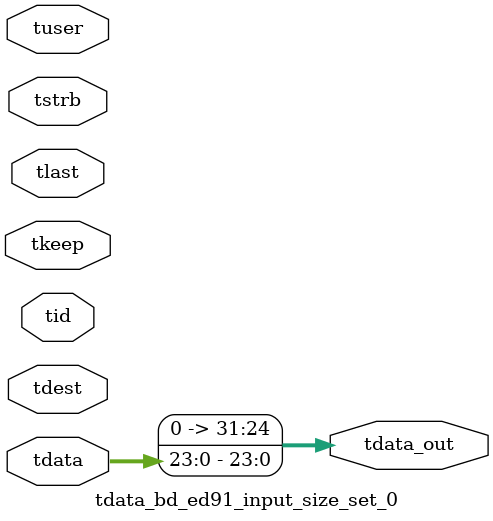
<source format=v>


`timescale 1ps/1ps

module tdata_bd_ed91_input_size_set_0 #
(
parameter C_S_AXIS_TDATA_WIDTH = 32,
parameter C_S_AXIS_TUSER_WIDTH = 0,
parameter C_S_AXIS_TID_WIDTH   = 0,
parameter C_S_AXIS_TDEST_WIDTH = 0,
parameter C_M_AXIS_TDATA_WIDTH = 32
)
(
input  [(C_S_AXIS_TDATA_WIDTH == 0 ? 1 : C_S_AXIS_TDATA_WIDTH)-1:0     ] tdata,
input  [(C_S_AXIS_TUSER_WIDTH == 0 ? 1 : C_S_AXIS_TUSER_WIDTH)-1:0     ] tuser,
input  [(C_S_AXIS_TID_WIDTH   == 0 ? 1 : C_S_AXIS_TID_WIDTH)-1:0       ] tid,
input  [(C_S_AXIS_TDEST_WIDTH == 0 ? 1 : C_S_AXIS_TDEST_WIDTH)-1:0     ] tdest,
input  [(C_S_AXIS_TDATA_WIDTH/8)-1:0 ] tkeep,
input  [(C_S_AXIS_TDATA_WIDTH/8)-1:0 ] tstrb,
input                                                                    tlast,
output [C_M_AXIS_TDATA_WIDTH-1:0] tdata_out
);

assign tdata_out = {tdata[23:0]};

endmodule


</source>
